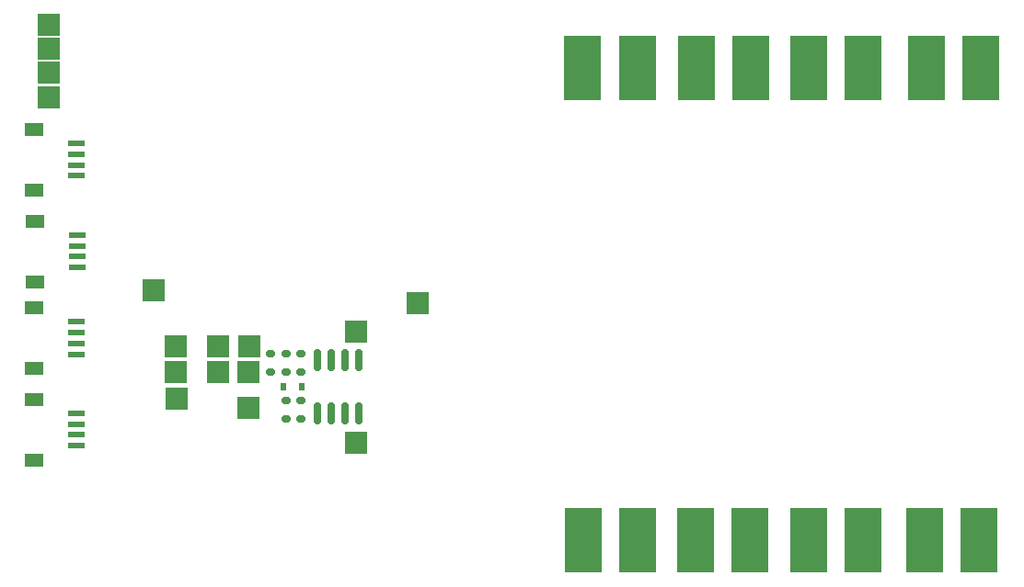
<source format=gbr>
%TF.GenerationSoftware,KiCad,Pcbnew,7.0.1-0*%
%TF.CreationDate,2023-04-01T19:34:20-07:00*%
%TF.ProjectId,1.0,312e302e-6b69-4636-9164-5f7063625858,rev?*%
%TF.SameCoordinates,Original*%
%TF.FileFunction,Paste,Bot*%
%TF.FilePolarity,Positive*%
%FSLAX46Y46*%
G04 Gerber Fmt 4.6, Leading zero omitted, Abs format (unit mm)*
G04 Created by KiCad (PCBNEW 7.0.1-0) date 2023-04-01 19:34:20*
%MOMM*%
%LPD*%
G01*
G04 APERTURE LIST*
G04 Aperture macros list*
%AMRoundRect*
0 Rectangle with rounded corners*
0 $1 Rounding radius*
0 $2 $3 $4 $5 $6 $7 $8 $9 X,Y pos of 4 corners*
0 Add a 4 corners polygon primitive as box body*
4,1,4,$2,$3,$4,$5,$6,$7,$8,$9,$2,$3,0*
0 Add four circle primitives for the rounded corners*
1,1,$1+$1,$2,$3*
1,1,$1+$1,$4,$5*
1,1,$1+$1,$6,$7*
1,1,$1+$1,$8,$9*
0 Add four rect primitives between the rounded corners*
20,1,$1+$1,$2,$3,$4,$5,0*
20,1,$1+$1,$4,$5,$6,$7,0*
20,1,$1+$1,$6,$7,$8,$9,0*
20,1,$1+$1,$8,$9,$2,$3,0*%
G04 Aperture macros list end*
%ADD10RoundRect,0.150000X-0.250000X0.150000X-0.250000X-0.150000X0.250000X-0.150000X0.250000X0.150000X0*%
%ADD11R,2.000000X2.000000*%
%ADD12R,1.800000X1.200000*%
%ADD13R,1.550000X0.600000*%
%ADD14R,3.500000X6.000000*%
%ADD15R,0.600000X0.800000*%
%ADD16RoundRect,0.150000X0.150000X-0.825000X0.150000X0.825000X-0.150000X0.825000X-0.150000X-0.825000X0*%
%ADD17RoundRect,0.150000X0.250000X-0.150000X0.250000X0.150000X-0.250000X0.150000X-0.250000X-0.150000X0*%
G04 APERTURE END LIST*
D10*
%TO.C,R50*%
X176770000Y-149010000D03*
X176770000Y-150710000D03*
%TD*%
D11*
%TO.C,TP11*%
X165299239Y-146400761D03*
%TD*%
D12*
%TO.C,J4*%
X152262500Y-154475000D03*
X152262500Y-148875000D03*
D13*
X156137500Y-153175000D03*
X156137500Y-152175000D03*
X156137500Y-151175000D03*
X156137500Y-150175000D03*
%TD*%
D14*
%TO.C,U32*%
X207750000Y-161875000D03*
X202750000Y-161875000D03*
%TD*%
D15*
%TO.C,R99*%
X176890000Y-147730000D03*
X175190000Y-147730000D03*
%TD*%
D14*
%TO.C,U26*%
X218150000Y-118325000D03*
X213150000Y-118325000D03*
%TD*%
%TO.C,U38*%
X228475000Y-118350000D03*
X223475000Y-118350000D03*
%TD*%
D16*
%TO.C,U42*%
X182142500Y-150190000D03*
X180872500Y-150190000D03*
X179602500Y-150190000D03*
X178332500Y-150190000D03*
X178332500Y-145240000D03*
X179602500Y-145240000D03*
X180872500Y-145240000D03*
X182142500Y-145240000D03*
%TD*%
D11*
%TO.C,TP21*%
X181825000Y-152900000D03*
%TD*%
%TO.C,TP13*%
X163200000Y-138850000D03*
%TD*%
%TO.C,TP5*%
X153560000Y-116570000D03*
%TD*%
%TO.C,TP6*%
X153560000Y-118770000D03*
%TD*%
%TO.C,TP22*%
X181875000Y-142675000D03*
%TD*%
%TO.C,TP4*%
X171974239Y-146400761D03*
%TD*%
D14*
%TO.C,U35*%
X228475000Y-161900000D03*
X223475000Y-161900000D03*
%TD*%
D10*
%TO.C,R27*%
X175400000Y-149010000D03*
X175400000Y-150710000D03*
%TD*%
D12*
%TO.C,J3*%
X152262500Y-146050000D03*
X152262500Y-140450000D03*
D13*
X156137500Y-144750000D03*
X156137500Y-143750000D03*
X156137500Y-142750000D03*
X156137500Y-141750000D03*
%TD*%
D11*
%TO.C,TP7*%
X171980000Y-149720000D03*
%TD*%
%TO.C,TP9*%
X153570000Y-121060000D03*
%TD*%
D14*
%TO.C,U39*%
X239350000Y-118350000D03*
X234350000Y-118350000D03*
%TD*%
D11*
%TO.C,TP12*%
X169149239Y-144000761D03*
%TD*%
%TO.C,TP3*%
X169149239Y-146400761D03*
%TD*%
%TO.C,TP14*%
X165299239Y-144000761D03*
%TD*%
D17*
%TO.C,R96*%
X176780000Y-146400000D03*
X176780000Y-144700000D03*
%TD*%
%TO.C,R11*%
X173980000Y-146390000D03*
X173980000Y-144690000D03*
%TD*%
D14*
%TO.C,U33*%
X239150000Y-161900000D03*
X234150000Y-161900000D03*
%TD*%
D10*
%TO.C,R26*%
X175382500Y-144700000D03*
X175382500Y-146400000D03*
%TD*%
D11*
%TO.C,TP10*%
X153560000Y-114370000D03*
%TD*%
D14*
%TO.C,U36*%
X218100000Y-161875000D03*
X213100000Y-161875000D03*
%TD*%
D11*
%TO.C,TP15*%
X165324239Y-148800761D03*
%TD*%
%TO.C,TP16*%
X187500000Y-140000000D03*
%TD*%
D12*
%TO.C,J6*%
X152287500Y-138050000D03*
X152287500Y-132450000D03*
D13*
X156162500Y-136750000D03*
X156162500Y-135750000D03*
X156162500Y-134750000D03*
X156162500Y-133750000D03*
%TD*%
D14*
%TO.C,U37*%
X207725000Y-118325000D03*
X202725000Y-118325000D03*
%TD*%
D11*
%TO.C,TP8*%
X171999239Y-144025761D03*
%TD*%
D12*
%TO.C,J5*%
X152237500Y-129600000D03*
X152237500Y-124000000D03*
D13*
X156112500Y-128300000D03*
X156112500Y-127300000D03*
X156112500Y-126300000D03*
X156112500Y-125300000D03*
%TD*%
M02*

</source>
